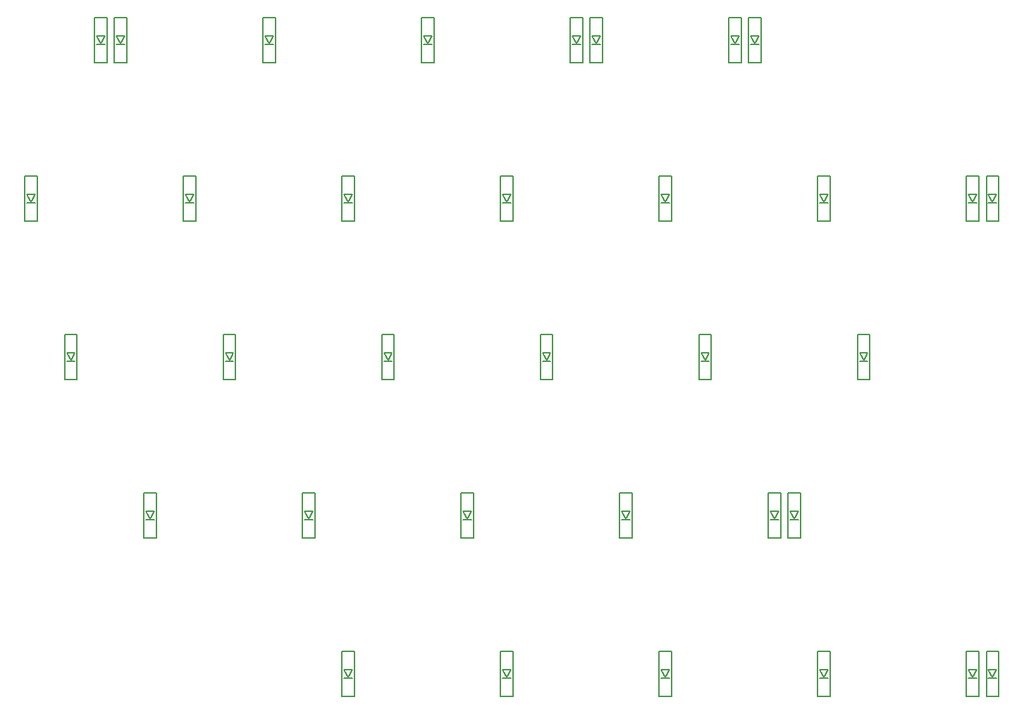
<source format=gto>
G04 #@! TF.GenerationSoftware,KiCad,Pcbnew,(5.1.2-1)-1*
G04 #@! TF.CreationDate,2019-08-02T10:41:21+09:00*
G04 #@! TF.ProjectId,split-ask_right,73706c69-742d-4617-936b-5f7269676874,rev?*
G04 #@! TF.SameCoordinates,Original*
G04 #@! TF.FileFunction,Legend,Top*
G04 #@! TF.FilePolarity,Positive*
%FSLAX46Y46*%
G04 Gerber Fmt 4.6, Leading zero omitted, Abs format (unit mm)*
G04 Created by KiCad (PCBNEW (5.1.2-1)-1) date 2019-08-02 10:41:21*
%MOMM*%
%LPD*%
G04 APERTURE LIST*
%ADD10C,0.150000*%
G04 APERTURE END LIST*
D10*
X175022000Y-33737500D02*
X174522000Y-32837500D01*
X174522000Y-32837500D02*
X175522000Y-32837500D01*
X175522000Y-32837500D02*
X175022000Y-33737500D01*
X174522000Y-33837500D02*
X175522000Y-33837500D01*
X174272000Y-30637500D02*
X174272000Y-36037500D01*
X174272000Y-36037500D02*
X175772000Y-36037500D01*
X175772000Y-36037500D02*
X175772000Y-30637500D01*
X175772000Y-30637500D02*
X174272000Y-30637500D01*
X178153000Y-30637500D02*
X176653000Y-30637500D01*
X178153000Y-36037500D02*
X178153000Y-30637500D01*
X176653000Y-36037500D02*
X178153000Y-36037500D01*
X176653000Y-30637500D02*
X176653000Y-36037500D01*
X176903000Y-33837500D02*
X177903000Y-33837500D01*
X177903000Y-32837500D02*
X177403000Y-33737500D01*
X176903000Y-32837500D02*
X177903000Y-32837500D01*
X177403000Y-33737500D02*
X176903000Y-32837500D01*
X195262000Y-33737500D02*
X194762000Y-32837500D01*
X194762000Y-32837500D02*
X195762000Y-32837500D01*
X195762000Y-32837500D02*
X195262000Y-33737500D01*
X194762000Y-33837500D02*
X195762000Y-33837500D01*
X194512000Y-30637500D02*
X194512000Y-36037500D01*
X194512000Y-36037500D02*
X196012000Y-36037500D01*
X196012000Y-36037500D02*
X196012000Y-30637500D01*
X196012000Y-30637500D02*
X194512000Y-30637500D01*
X215062000Y-30637500D02*
X213562000Y-30637500D01*
X215062000Y-36037500D02*
X215062000Y-30637500D01*
X213562000Y-36037500D02*
X215062000Y-36037500D01*
X213562000Y-30637500D02*
X213562000Y-36037500D01*
X213812000Y-33837500D02*
X214812000Y-33837500D01*
X214812000Y-32837500D02*
X214312000Y-33737500D01*
X213812000Y-32837500D02*
X214812000Y-32837500D01*
X214312000Y-33737500D02*
X213812000Y-32837500D01*
X232172000Y-33737500D02*
X231672000Y-32837500D01*
X231672000Y-32837500D02*
X232672000Y-32837500D01*
X232672000Y-32837500D02*
X232172000Y-33737500D01*
X231672000Y-33837500D02*
X232672000Y-33837500D01*
X231422000Y-30637500D02*
X231422000Y-36037500D01*
X231422000Y-36037500D02*
X232922000Y-36037500D01*
X232922000Y-36037500D02*
X232922000Y-30637500D01*
X232922000Y-30637500D02*
X231422000Y-30637500D01*
X235303000Y-30637500D02*
X233803000Y-30637500D01*
X235303000Y-36037500D02*
X235303000Y-30637500D01*
X233803000Y-36037500D02*
X235303000Y-36037500D01*
X233803000Y-30637500D02*
X233803000Y-36037500D01*
X234053000Y-33837500D02*
X235053000Y-33837500D01*
X235053000Y-32837500D02*
X234553000Y-33737500D01*
X234053000Y-32837500D02*
X235053000Y-32837500D01*
X234553000Y-33737500D02*
X234053000Y-32837500D01*
X251222000Y-33737500D02*
X250722000Y-32837500D01*
X250722000Y-32837500D02*
X251722000Y-32837500D01*
X251722000Y-32837500D02*
X251222000Y-33737500D01*
X250722000Y-33837500D02*
X251722000Y-33837500D01*
X250472000Y-30637500D02*
X250472000Y-36037500D01*
X250472000Y-36037500D02*
X251972000Y-36037500D01*
X251972000Y-36037500D02*
X251972000Y-30637500D01*
X251972000Y-30637500D02*
X250472000Y-30637500D01*
X254353000Y-30637500D02*
X252853000Y-30637500D01*
X254353000Y-36037500D02*
X254353000Y-30637500D01*
X252853000Y-36037500D02*
X254353000Y-36037500D01*
X252853000Y-30637500D02*
X252853000Y-36037500D01*
X253103000Y-33837500D02*
X254103000Y-33837500D01*
X254103000Y-32837500D02*
X253603000Y-33737500D01*
X253103000Y-32837500D02*
X254103000Y-32837500D01*
X253603000Y-33737500D02*
X253103000Y-32837500D01*
X166688000Y-52787500D02*
X166188000Y-51887500D01*
X166188000Y-51887500D02*
X167188000Y-51887500D01*
X167188000Y-51887500D02*
X166688000Y-52787500D01*
X166188000Y-52887500D02*
X167188000Y-52887500D01*
X165938000Y-49687500D02*
X165938000Y-55087500D01*
X165938000Y-55087500D02*
X167438000Y-55087500D01*
X167438000Y-55087500D02*
X167438000Y-49687500D01*
X167438000Y-49687500D02*
X165938000Y-49687500D01*
X186488000Y-49687500D02*
X184988000Y-49687500D01*
X186488000Y-55087500D02*
X186488000Y-49687500D01*
X184988000Y-55087500D02*
X186488000Y-55087500D01*
X184988000Y-49687500D02*
X184988000Y-55087500D01*
X185238000Y-52887500D02*
X186238000Y-52887500D01*
X186238000Y-51887500D02*
X185738000Y-52787500D01*
X185238000Y-51887500D02*
X186238000Y-51887500D01*
X185738000Y-52787500D02*
X185238000Y-51887500D01*
X204788000Y-52787500D02*
X204288000Y-51887500D01*
X204288000Y-51887500D02*
X205288000Y-51887500D01*
X205288000Y-51887500D02*
X204788000Y-52787500D01*
X204288000Y-52887500D02*
X205288000Y-52887500D01*
X204038000Y-49687500D02*
X204038000Y-55087500D01*
X204038000Y-55087500D02*
X205538000Y-55087500D01*
X205538000Y-55087500D02*
X205538000Y-49687500D01*
X205538000Y-49687500D02*
X204038000Y-49687500D01*
X224588000Y-49687500D02*
X223088000Y-49687500D01*
X224588000Y-55087500D02*
X224588000Y-49687500D01*
X223088000Y-55087500D02*
X224588000Y-55087500D01*
X223088000Y-49687500D02*
X223088000Y-55087500D01*
X223338000Y-52887500D02*
X224338000Y-52887500D01*
X224338000Y-51887500D02*
X223838000Y-52787500D01*
X223338000Y-51887500D02*
X224338000Y-51887500D01*
X223838000Y-52787500D02*
X223338000Y-51887500D01*
X242888000Y-52787500D02*
X242388000Y-51887500D01*
X242388000Y-51887500D02*
X243388000Y-51887500D01*
X243388000Y-51887500D02*
X242888000Y-52787500D01*
X242388000Y-52887500D02*
X243388000Y-52887500D01*
X242138000Y-49687500D02*
X242138000Y-55087500D01*
X242138000Y-55087500D02*
X243638000Y-55087500D01*
X243638000Y-55087500D02*
X243638000Y-49687500D01*
X243638000Y-49687500D02*
X242138000Y-49687500D01*
X262688000Y-49687500D02*
X261188000Y-49687500D01*
X262688000Y-55087500D02*
X262688000Y-49687500D01*
X261188000Y-55087500D02*
X262688000Y-55087500D01*
X261188000Y-49687500D02*
X261188000Y-55087500D01*
X261438000Y-52887500D02*
X262438000Y-52887500D01*
X262438000Y-51887500D02*
X261938000Y-52787500D01*
X261438000Y-51887500D02*
X262438000Y-51887500D01*
X261938000Y-52787500D02*
X261438000Y-51887500D01*
X279797000Y-52787500D02*
X279297000Y-51887500D01*
X279297000Y-51887500D02*
X280297000Y-51887500D01*
X280297000Y-51887500D02*
X279797000Y-52787500D01*
X279297000Y-52887500D02*
X280297000Y-52887500D01*
X279047000Y-49687500D02*
X279047000Y-55087500D01*
X279047000Y-55087500D02*
X280547000Y-55087500D01*
X280547000Y-55087500D02*
X280547000Y-49687500D01*
X280547000Y-49687500D02*
X279047000Y-49687500D01*
X282928000Y-49687500D02*
X281428000Y-49687500D01*
X282928000Y-55087500D02*
X282928000Y-49687500D01*
X281428000Y-55087500D02*
X282928000Y-55087500D01*
X281428000Y-49687500D02*
X281428000Y-55087500D01*
X281678000Y-52887500D02*
X282678000Y-52887500D01*
X282678000Y-51887500D02*
X282178000Y-52787500D01*
X281678000Y-51887500D02*
X282678000Y-51887500D01*
X282178000Y-52787500D02*
X281678000Y-51887500D01*
X171450000Y-71837500D02*
X170950000Y-70937500D01*
X170950000Y-70937500D02*
X171950000Y-70937500D01*
X171950000Y-70937500D02*
X171450000Y-71837500D01*
X170950000Y-71937500D02*
X171950000Y-71937500D01*
X170700000Y-68737500D02*
X170700000Y-74137500D01*
X170700000Y-74137500D02*
X172200000Y-74137500D01*
X172200000Y-74137500D02*
X172200000Y-68737500D01*
X172200000Y-68737500D02*
X170700000Y-68737500D01*
X191250000Y-68737500D02*
X189750000Y-68737500D01*
X191250000Y-74137500D02*
X191250000Y-68737500D01*
X189750000Y-74137500D02*
X191250000Y-74137500D01*
X189750000Y-68737500D02*
X189750000Y-74137500D01*
X190000000Y-71937500D02*
X191000000Y-71937500D01*
X191000000Y-70937500D02*
X190500000Y-71837500D01*
X190000000Y-70937500D02*
X191000000Y-70937500D01*
X190500000Y-71837500D02*
X190000000Y-70937500D01*
X209550000Y-71837500D02*
X209050000Y-70937500D01*
X209050000Y-70937500D02*
X210050000Y-70937500D01*
X210050000Y-70937500D02*
X209550000Y-71837500D01*
X209050000Y-71937500D02*
X210050000Y-71937500D01*
X208800000Y-68737500D02*
X208800000Y-74137500D01*
X208800000Y-74137500D02*
X210300000Y-74137500D01*
X210300000Y-74137500D02*
X210300000Y-68737500D01*
X210300000Y-68737500D02*
X208800000Y-68737500D01*
X229350000Y-68737500D02*
X227850000Y-68737500D01*
X229350000Y-74137500D02*
X229350000Y-68737500D01*
X227850000Y-74137500D02*
X229350000Y-74137500D01*
X227850000Y-68737500D02*
X227850000Y-74137500D01*
X228100000Y-71937500D02*
X229100000Y-71937500D01*
X229100000Y-70937500D02*
X228600000Y-71837500D01*
X228100000Y-70937500D02*
X229100000Y-70937500D01*
X228600000Y-71837500D02*
X228100000Y-70937500D01*
X247650000Y-71837500D02*
X247150000Y-70937500D01*
X247150000Y-70937500D02*
X248150000Y-70937500D01*
X248150000Y-70937500D02*
X247650000Y-71837500D01*
X247150000Y-71937500D02*
X248150000Y-71937500D01*
X246900000Y-68737500D02*
X246900000Y-74137500D01*
X246900000Y-74137500D02*
X248400000Y-74137500D01*
X248400000Y-74137500D02*
X248400000Y-68737500D01*
X248400000Y-68737500D02*
X246900000Y-68737500D01*
X267450000Y-68737500D02*
X265950000Y-68737500D01*
X267450000Y-74137500D02*
X267450000Y-68737500D01*
X265950000Y-74137500D02*
X267450000Y-74137500D01*
X265950000Y-68737500D02*
X265950000Y-74137500D01*
X266200000Y-71937500D02*
X267200000Y-71937500D01*
X267200000Y-70937500D02*
X266700000Y-71837500D01*
X266200000Y-70937500D02*
X267200000Y-70937500D01*
X266700000Y-71837500D02*
X266200000Y-70937500D01*
X180975000Y-90887500D02*
X180475000Y-89987500D01*
X180475000Y-89987500D02*
X181475000Y-89987500D01*
X181475000Y-89987500D02*
X180975000Y-90887500D01*
X180475000Y-90987500D02*
X181475000Y-90987500D01*
X180225000Y-87787500D02*
X180225000Y-93187500D01*
X180225000Y-93187500D02*
X181725000Y-93187500D01*
X181725000Y-93187500D02*
X181725000Y-87787500D01*
X181725000Y-87787500D02*
X180225000Y-87787500D01*
X200775000Y-87787500D02*
X199275000Y-87787500D01*
X200775000Y-93187500D02*
X200775000Y-87787500D01*
X199275000Y-93187500D02*
X200775000Y-93187500D01*
X199275000Y-87787500D02*
X199275000Y-93187500D01*
X199525000Y-90987500D02*
X200525000Y-90987500D01*
X200525000Y-89987500D02*
X200025000Y-90887500D01*
X199525000Y-89987500D02*
X200525000Y-89987500D01*
X200025000Y-90887500D02*
X199525000Y-89987500D01*
X219075000Y-90887500D02*
X218575000Y-89987500D01*
X218575000Y-89987500D02*
X219575000Y-89987500D01*
X219575000Y-89987500D02*
X219075000Y-90887500D01*
X218575000Y-90987500D02*
X219575000Y-90987500D01*
X218325000Y-87787500D02*
X218325000Y-93187500D01*
X218325000Y-93187500D02*
X219825000Y-93187500D01*
X219825000Y-93187500D02*
X219825000Y-87787500D01*
X219825000Y-87787500D02*
X218325000Y-87787500D01*
X238875000Y-87787500D02*
X237375000Y-87787500D01*
X238875000Y-93187500D02*
X238875000Y-87787500D01*
X237375000Y-93187500D02*
X238875000Y-93187500D01*
X237375000Y-87787500D02*
X237375000Y-93187500D01*
X237625000Y-90987500D02*
X238625000Y-90987500D01*
X238625000Y-89987500D02*
X238125000Y-90887500D01*
X237625000Y-89987500D02*
X238625000Y-89987500D01*
X238125000Y-90887500D02*
X237625000Y-89987500D01*
X255984000Y-90887500D02*
X255484000Y-89987500D01*
X255484000Y-89987500D02*
X256484000Y-89987500D01*
X256484000Y-89987500D02*
X255984000Y-90887500D01*
X255484000Y-90987500D02*
X256484000Y-90987500D01*
X255234000Y-87787500D02*
X255234000Y-93187500D01*
X255234000Y-93187500D02*
X256734000Y-93187500D01*
X256734000Y-93187500D02*
X256734000Y-87787500D01*
X256734000Y-87787500D02*
X255234000Y-87787500D01*
X259116000Y-87787500D02*
X257616000Y-87787500D01*
X259116000Y-93187500D02*
X259116000Y-87787500D01*
X257616000Y-93187500D02*
X259116000Y-93187500D01*
X257616000Y-87787500D02*
X257616000Y-93187500D01*
X257866000Y-90987500D02*
X258866000Y-90987500D01*
X258866000Y-89987500D02*
X258366000Y-90887500D01*
X257866000Y-89987500D02*
X258866000Y-89987500D01*
X258366000Y-90887500D02*
X257866000Y-89987500D01*
X204788000Y-109938000D02*
X204288000Y-109038000D01*
X204288000Y-109038000D02*
X205288000Y-109038000D01*
X205288000Y-109038000D02*
X204788000Y-109938000D01*
X204288000Y-110038000D02*
X205288000Y-110038000D01*
X204038000Y-106838000D02*
X204038000Y-112238000D01*
X204038000Y-112238000D02*
X205538000Y-112238000D01*
X205538000Y-112238000D02*
X205538000Y-106838000D01*
X205538000Y-106838000D02*
X204038000Y-106838000D01*
X224588000Y-106838000D02*
X223088000Y-106838000D01*
X224588000Y-112238000D02*
X224588000Y-106838000D01*
X223088000Y-112238000D02*
X224588000Y-112238000D01*
X223088000Y-106838000D02*
X223088000Y-112238000D01*
X223338000Y-110038000D02*
X224338000Y-110038000D01*
X224338000Y-109038000D02*
X223838000Y-109938000D01*
X223338000Y-109038000D02*
X224338000Y-109038000D01*
X223838000Y-109938000D02*
X223338000Y-109038000D01*
X242888000Y-109938000D02*
X242388000Y-109038000D01*
X242388000Y-109038000D02*
X243388000Y-109038000D01*
X243388000Y-109038000D02*
X242888000Y-109938000D01*
X242388000Y-110038000D02*
X243388000Y-110038000D01*
X242138000Y-106838000D02*
X242138000Y-112238000D01*
X242138000Y-112238000D02*
X243638000Y-112238000D01*
X243638000Y-112238000D02*
X243638000Y-106838000D01*
X243638000Y-106838000D02*
X242138000Y-106838000D01*
X262688000Y-106838000D02*
X261188000Y-106838000D01*
X262688000Y-112238000D02*
X262688000Y-106838000D01*
X261188000Y-112238000D02*
X262688000Y-112238000D01*
X261188000Y-106838000D02*
X261188000Y-112238000D01*
X261438000Y-110038000D02*
X262438000Y-110038000D01*
X262438000Y-109038000D02*
X261938000Y-109938000D01*
X261438000Y-109038000D02*
X262438000Y-109038000D01*
X261938000Y-109938000D02*
X261438000Y-109038000D01*
X279797000Y-109938000D02*
X279297000Y-109038000D01*
X279297000Y-109038000D02*
X280297000Y-109038000D01*
X280297000Y-109038000D02*
X279797000Y-109938000D01*
X279297000Y-110038000D02*
X280297000Y-110038000D01*
X279047000Y-106838000D02*
X279047000Y-112238000D01*
X279047000Y-112238000D02*
X280547000Y-112238000D01*
X280547000Y-112238000D02*
X280547000Y-106838000D01*
X280547000Y-106838000D02*
X279047000Y-106838000D01*
X282928000Y-106838000D02*
X281428000Y-106838000D01*
X282928000Y-112238000D02*
X282928000Y-106838000D01*
X281428000Y-112238000D02*
X282928000Y-112238000D01*
X281428000Y-106838000D02*
X281428000Y-112238000D01*
X281678000Y-110038000D02*
X282678000Y-110038000D01*
X282678000Y-109038000D02*
X282178000Y-109938000D01*
X281678000Y-109038000D02*
X282678000Y-109038000D01*
X282178000Y-109938000D02*
X281678000Y-109038000D01*
M02*

</source>
